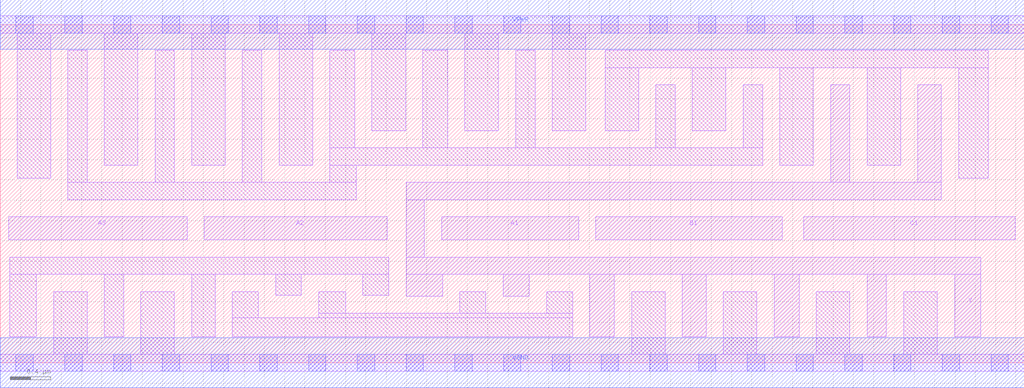
<source format=lef>
# Copyright 2020 The SkyWater PDK Authors
#
# Licensed under the Apache License, Version 2.0 (the "License");
# you may not use this file except in compliance with the License.
# You may obtain a copy of the License at
#
#     https://www.apache.org/licenses/LICENSE-2.0
#
# Unless required by applicable law or agreed to in writing, software
# distributed under the License is distributed on an "AS IS" BASIS,
# WITHOUT WARRANTIES OR CONDITIONS OF ANY KIND, either express or implied.
# See the License for the specific language governing permissions and
# limitations under the License.
#
# SPDX-License-Identifier: Apache-2.0

VERSION 5.7 ;
  NOWIREEXTENSIONATPIN ON ;
  DIVIDERCHAR "/" ;
  BUSBITCHARS "[]" ;
UNITS
  DATABASE MICRONS 200 ;
END UNITS
MACRO sky130_fd_sc_lp__a311oi_4
  CLASS CORE ;
  FOREIGN sky130_fd_sc_lp__a311oi_4 ;
  ORIGIN  0.000000  0.000000 ;
  SIZE  10.08000 BY  3.330000 ;
  SYMMETRY X Y R90 ;
  SITE unit ;
  PIN A1
    ANTENNAGATEAREA  1.260000 ;
    DIRECTION INPUT ;
    USE SIGNAL ;
    PORT
      LAYER li1 ;
        RECT 4.345000 1.210000 5.695000 1.435000 ;
    END
  END A1
  PIN A2
    ANTENNAGATEAREA  1.260000 ;
    DIRECTION INPUT ;
    USE SIGNAL ;
    PORT
      LAYER li1 ;
        RECT 2.010000 1.210000 3.810000 1.435000 ;
    END
  END A2
  PIN A3
    ANTENNAGATEAREA  1.260000 ;
    DIRECTION INPUT ;
    USE SIGNAL ;
    PORT
      LAYER li1 ;
        RECT 0.085000 1.210000 1.840000 1.435000 ;
    END
  END A3
  PIN B1
    ANTENNAGATEAREA  1.260000 ;
    DIRECTION INPUT ;
    USE SIGNAL ;
    PORT
      LAYER li1 ;
        RECT 5.865000 1.210000 7.700000 1.435000 ;
    END
  END B1
  PIN C1
    ANTENNAGATEAREA  1.260000 ;
    DIRECTION INPUT ;
    USE SIGNAL ;
    PORT
      LAYER li1 ;
        RECT 7.910000 1.210000 9.995000 1.435000 ;
    END
  END C1
  PIN Y
    ANTENNADIFFAREA  2.335200 ;
    DIRECTION OUTPUT ;
    USE SIGNAL ;
    PORT
      LAYER li1 ;
        RECT 3.995000 0.655000 4.355000 0.870000 ;
        RECT 3.995000 0.870000 9.655000 1.040000 ;
        RECT 3.995000 1.040000 4.175000 1.605000 ;
        RECT 3.995000 1.605000 9.265000 1.775000 ;
        RECT 4.950000 0.655000 5.210000 0.870000 ;
        RECT 5.805000 0.255000 6.045000 0.870000 ;
        RECT 6.715000 0.255000 6.950000 0.870000 ;
        RECT 7.620000 0.255000 7.865000 0.870000 ;
        RECT 8.175000 1.775000 8.365000 2.735000 ;
        RECT 8.535000 0.255000 8.725000 0.870000 ;
        RECT 9.035000 1.775000 9.265000 2.735000 ;
        RECT 9.395000 0.255000 9.655000 0.870000 ;
    END
  END Y
  PIN VGND
    DIRECTION INOUT ;
    USE GROUND ;
    PORT
      LAYER met1 ;
        RECT 0.000000 -0.245000 10.080000 0.245000 ;
    END
  END VGND
  PIN VPWR
    DIRECTION INOUT ;
    USE POWER ;
    PORT
      LAYER met1 ;
        RECT 0.000000 3.085000 10.080000 3.575000 ;
    END
  END VPWR
  OBS
    LAYER li1 ;
      RECT 0.000000 -0.085000 10.080000 0.085000 ;
      RECT 0.000000  3.245000 10.080000 3.415000 ;
      RECT 0.095000  0.255000  0.355000 0.870000 ;
      RECT 0.095000  0.870000  3.825000 1.040000 ;
      RECT 0.165000  1.815000  0.495000 3.245000 ;
      RECT 0.525000  0.085000  0.855000 0.700000 ;
      RECT 0.665000  1.605000  3.505000 1.775000 ;
      RECT 0.665000  1.775000  0.855000 3.075000 ;
      RECT 1.025000  0.255000  1.215000 0.870000 ;
      RECT 1.025000  1.945000  1.355000 3.245000 ;
      RECT 1.385000  0.085000  1.715000 0.700000 ;
      RECT 1.525000  1.775000  1.715000 3.075000 ;
      RECT 1.885000  0.255000  2.115000 0.870000 ;
      RECT 1.885000  1.945000  2.215000 3.245000 ;
      RECT 2.285000  0.255000  5.635000 0.445000 ;
      RECT 2.285000  0.445000  2.540000 0.700000 ;
      RECT 2.385000  1.775000  2.575000 3.075000 ;
      RECT 2.710000  0.665000  2.965000 0.870000 ;
      RECT 2.745000  1.945000  3.075000 3.245000 ;
      RECT 3.135000  0.445000  5.635000 0.485000 ;
      RECT 3.135000  0.485000  3.400000 0.700000 ;
      RECT 3.245000  1.775000  3.505000 1.945000 ;
      RECT 3.245000  1.945000  7.505000 2.115000 ;
      RECT 3.245000  2.115000  3.490000 3.075000 ;
      RECT 3.570000  0.665000  3.825000 0.870000 ;
      RECT 3.660000  2.285000  3.990000 3.245000 ;
      RECT 4.160000  2.115000  4.405000 3.075000 ;
      RECT 4.525000  0.485000  4.780000 0.700000 ;
      RECT 4.575000  2.285000  4.905000 3.245000 ;
      RECT 5.075000  2.115000  5.265000 3.075000 ;
      RECT 5.380000  0.485000  5.635000 0.700000 ;
      RECT 5.435000  2.285000  5.765000 3.245000 ;
      RECT 5.955000  2.285000  6.285000 2.905000 ;
      RECT 5.955000  2.905000  9.725000 3.075000 ;
      RECT 6.215000  0.085000  6.545000 0.700000 ;
      RECT 6.455000  2.115000  6.645000 2.735000 ;
      RECT 6.815000  2.285000  7.145000 2.905000 ;
      RECT 7.120000  0.085000  7.450000 0.700000 ;
      RECT 7.315000  2.115000  7.505000 2.735000 ;
      RECT 7.675000  1.945000  8.005000 2.905000 ;
      RECT 8.035000  0.085000  8.365000 0.700000 ;
      RECT 8.535000  1.945000  8.865000 2.905000 ;
      RECT 8.895000  0.085000  9.225000 0.700000 ;
      RECT 9.435000  1.815000  9.725000 2.905000 ;
    LAYER mcon ;
      RECT 0.155000 -0.085000 0.325000 0.085000 ;
      RECT 0.155000  3.245000 0.325000 3.415000 ;
      RECT 0.635000 -0.085000 0.805000 0.085000 ;
      RECT 0.635000  3.245000 0.805000 3.415000 ;
      RECT 1.115000 -0.085000 1.285000 0.085000 ;
      RECT 1.115000  3.245000 1.285000 3.415000 ;
      RECT 1.595000 -0.085000 1.765000 0.085000 ;
      RECT 1.595000  3.245000 1.765000 3.415000 ;
      RECT 2.075000 -0.085000 2.245000 0.085000 ;
      RECT 2.075000  3.245000 2.245000 3.415000 ;
      RECT 2.555000 -0.085000 2.725000 0.085000 ;
      RECT 2.555000  3.245000 2.725000 3.415000 ;
      RECT 3.035000 -0.085000 3.205000 0.085000 ;
      RECT 3.035000  3.245000 3.205000 3.415000 ;
      RECT 3.515000 -0.085000 3.685000 0.085000 ;
      RECT 3.515000  3.245000 3.685000 3.415000 ;
      RECT 3.995000 -0.085000 4.165000 0.085000 ;
      RECT 3.995000  3.245000 4.165000 3.415000 ;
      RECT 4.475000 -0.085000 4.645000 0.085000 ;
      RECT 4.475000  3.245000 4.645000 3.415000 ;
      RECT 4.955000 -0.085000 5.125000 0.085000 ;
      RECT 4.955000  3.245000 5.125000 3.415000 ;
      RECT 5.435000 -0.085000 5.605000 0.085000 ;
      RECT 5.435000  3.245000 5.605000 3.415000 ;
      RECT 5.915000 -0.085000 6.085000 0.085000 ;
      RECT 5.915000  3.245000 6.085000 3.415000 ;
      RECT 6.395000 -0.085000 6.565000 0.085000 ;
      RECT 6.395000  3.245000 6.565000 3.415000 ;
      RECT 6.875000 -0.085000 7.045000 0.085000 ;
      RECT 6.875000  3.245000 7.045000 3.415000 ;
      RECT 7.355000 -0.085000 7.525000 0.085000 ;
      RECT 7.355000  3.245000 7.525000 3.415000 ;
      RECT 7.835000 -0.085000 8.005000 0.085000 ;
      RECT 7.835000  3.245000 8.005000 3.415000 ;
      RECT 8.315000 -0.085000 8.485000 0.085000 ;
      RECT 8.315000  3.245000 8.485000 3.415000 ;
      RECT 8.795000 -0.085000 8.965000 0.085000 ;
      RECT 8.795000  3.245000 8.965000 3.415000 ;
      RECT 9.275000 -0.085000 9.445000 0.085000 ;
      RECT 9.275000  3.245000 9.445000 3.415000 ;
      RECT 9.755000 -0.085000 9.925000 0.085000 ;
      RECT 9.755000  3.245000 9.925000 3.415000 ;
  END
END sky130_fd_sc_lp__a311oi_4
END LIBRARY

</source>
